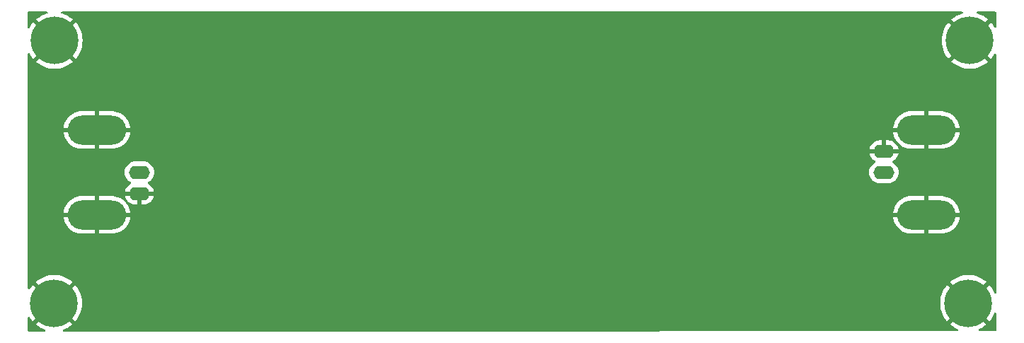
<source format=gbl>
%TF.GenerationSoftware,KiCad,Pcbnew,7.0.10-7.0.10~ubuntu22.04.1*%
%TF.CreationDate,2024-06-08T07:05:10-07:00*%
%TF.ProjectId,rf_attenuator_r3,72665f61-7474-4656-9e75-61746f725f72,rev?*%
%TF.SameCoordinates,Original*%
%TF.FileFunction,Copper,L2,Bot*%
%TF.FilePolarity,Positive*%
%FSLAX46Y46*%
G04 Gerber Fmt 4.6, Leading zero omitted, Abs format (unit mm)*
G04 Created by KiCad (PCBNEW 7.0.10-7.0.10~ubuntu22.04.1) date 2024-06-08 07:05:10*
%MOMM*%
%LPD*%
G01*
G04 APERTURE LIST*
%TA.AperFunction,ComponentPad*%
%ADD10C,3.600000*%
%TD*%
%TA.AperFunction,ConnectorPad*%
%ADD11C,5.700000*%
%TD*%
%TA.AperFunction,ComponentPad*%
%ADD12O,7.000000X3.500000*%
%TD*%
%TA.AperFunction,ComponentPad*%
%ADD13O,2.500000X1.600000*%
%TD*%
%TA.AperFunction,ViaPad*%
%ADD14C,0.800000*%
%TD*%
G04 APERTURE END LIST*
D10*
%TO.P,H2,1,1*%
%TO.N,GND*%
X194106800Y-102260400D03*
D11*
X194106800Y-102260400D03*
%TD*%
D12*
%TO.P,J1,2,Ext*%
%TO.N,GND*%
X89865200Y-81534000D03*
D13*
X94945200Y-89154000D03*
D12*
X89865200Y-91694000D03*
D13*
%TO.P,J1,1,In*%
%TO.N,Net-(J1-In)*%
X94945200Y-86614000D03*
%TD*%
D10*
%TO.P,H3,1,1*%
%TO.N,GND*%
X84785200Y-70840600D03*
D11*
X84785200Y-70840600D03*
%TD*%
D13*
%TO.P,J2,1,In*%
%TO.N,Net-(J2-In)*%
X184023000Y-86614000D03*
D12*
%TO.P,J2,2,Ext*%
%TO.N,GND*%
X189103000Y-81534000D03*
D13*
X184023000Y-84074000D03*
D12*
X189103000Y-91694000D03*
%TD*%
D10*
%TO.P,H1,1,1*%
%TO.N,GND*%
X194284600Y-70840600D03*
D11*
X194284600Y-70840600D03*
%TD*%
D10*
%TO.P,H4,1,1*%
%TO.N,GND*%
X84734400Y-102260400D03*
D11*
X84734400Y-102260400D03*
%TD*%
D14*
%TO.N,GND*%
X180721000Y-76428600D03*
X180721000Y-80797400D03*
X180848000Y-86918800D03*
X180721000Y-98272600D03*
X180721000Y-89535000D03*
X180721000Y-93903800D03*
X180721000Y-102641400D03*
X169164000Y-76479400D03*
X169164000Y-80848200D03*
X169164000Y-85217000D03*
X169164000Y-98323400D03*
X169164000Y-89585800D03*
X169164000Y-93954600D03*
X169164000Y-102692200D03*
X157607000Y-76149200D03*
X157607000Y-80518000D03*
X157607000Y-84886800D03*
X157607000Y-97993200D03*
X157607000Y-89255600D03*
X157607000Y-93624400D03*
X157607000Y-102362000D03*
X146024600Y-76479400D03*
X146024600Y-80848200D03*
X146024600Y-85217000D03*
X146024600Y-98323400D03*
X146024600Y-89585800D03*
X146024600Y-93954600D03*
X146024600Y-102692200D03*
X134315200Y-76479400D03*
X134315200Y-80848200D03*
X134315200Y-85217000D03*
X134315200Y-98323400D03*
X134315200Y-89585800D03*
X134315200Y-93954600D03*
X134315200Y-102692200D03*
X122580400Y-76352400D03*
X122580400Y-80721200D03*
X122580400Y-85090000D03*
X122580400Y-98196400D03*
X122580400Y-89458800D03*
X122580400Y-93827600D03*
X122580400Y-102565200D03*
X110998000Y-93878400D03*
X110998000Y-80772000D03*
X110998000Y-98247200D03*
X110998000Y-89509600D03*
X110998000Y-85140800D03*
X110998000Y-102616000D03*
X110998000Y-76403200D03*
X99060000Y-102768400D03*
X99060000Y-76555600D03*
X190398400Y-76403200D03*
X183540400Y-80873600D03*
X106603800Y-72542400D03*
X94386400Y-72694800D03*
X99060000Y-85293200D03*
X194106800Y-90017600D03*
X163830000Y-74345800D03*
X92405200Y-101066600D03*
X186842400Y-96443800D03*
X169773600Y-73685400D03*
X150393400Y-74853800D03*
X87782400Y-85496400D03*
X99060000Y-89662000D03*
X180416200Y-72542400D03*
X194513200Y-82194400D03*
X182397400Y-98425000D03*
X137439400Y-71958200D03*
X184124600Y-89611200D03*
X86385400Y-88036400D03*
X91592400Y-86893400D03*
X99060000Y-98399600D03*
X187502800Y-87299800D03*
X119202200Y-71704200D03*
X84328000Y-82600800D03*
X99060000Y-80924400D03*
X99060000Y-94030800D03*
X191389000Y-87223600D03*
X94894400Y-81762600D03*
%TD*%
%TA.AperFunction,Conductor*%
%TO.N,GND*%
G36*
X83599530Y-103395270D02*
G01*
X83790218Y-103558132D01*
X82546288Y-104802062D01*
X82546288Y-104802064D01*
X82562470Y-104817392D01*
X82562471Y-104817393D01*
X82851666Y-105037232D01*
X82851682Y-105037243D01*
X83162922Y-105224509D01*
X83162935Y-105224516D01*
X83492605Y-105377039D01*
X83492609Y-105377040D01*
X83624583Y-105421507D01*
X83681828Y-105461567D01*
X83708328Y-105526216D01*
X83695668Y-105594929D01*
X83647870Y-105645890D01*
X83585017Y-105663016D01*
X81733451Y-105663421D01*
X81666407Y-105643751D01*
X81620641Y-105590957D01*
X81609425Y-105539508D01*
X81608415Y-104014738D01*
X81628055Y-103947688D01*
X81680829Y-103901898D01*
X81749981Y-103891908D01*
X81813556Y-103920891D01*
X81841971Y-103956576D01*
X81859719Y-103990052D01*
X82063570Y-104290709D01*
X82063577Y-104290719D01*
X82195369Y-104445875D01*
X82195370Y-104445875D01*
X83436666Y-103204580D01*
X83599530Y-103395270D01*
G37*
%TD.AperFunction*%
%TA.AperFunction,Conductor*%
G36*
X193434560Y-67380985D02*
G01*
X193480315Y-67433789D01*
X193490259Y-67502947D01*
X193461234Y-67566503D01*
X193402456Y-67604277D01*
X193394179Y-67606401D01*
X193387057Y-67607968D01*
X193042810Y-67723959D01*
X193042805Y-67723960D01*
X192713135Y-67876483D01*
X192713122Y-67876490D01*
X192401882Y-68063756D01*
X192401866Y-68063767D01*
X192112675Y-68283602D01*
X192096488Y-68298935D01*
X192096487Y-68298935D01*
X193340419Y-69542866D01*
X193149730Y-69705730D01*
X192986866Y-69896418D01*
X191745570Y-68655122D01*
X191745569Y-68655123D01*
X191613777Y-68810280D01*
X191613770Y-68810290D01*
X191409918Y-69110948D01*
X191409916Y-69110952D01*
X191239761Y-69431897D01*
X191239752Y-69431915D01*
X191105297Y-69769372D01*
X191105295Y-69769379D01*
X191008119Y-70119377D01*
X191008117Y-70119385D01*
X190949346Y-70477871D01*
X190929680Y-70840597D01*
X190929680Y-70840602D01*
X190949346Y-71203328D01*
X191008117Y-71561814D01*
X191008119Y-71561822D01*
X191105295Y-71911820D01*
X191105297Y-71911827D01*
X191239752Y-72249284D01*
X191239761Y-72249302D01*
X191409916Y-72570247D01*
X191409918Y-72570251D01*
X191613770Y-72870909D01*
X191613777Y-72870919D01*
X191745569Y-73026075D01*
X191745570Y-73026075D01*
X192986866Y-71784780D01*
X193149730Y-71975470D01*
X193340418Y-72138332D01*
X192096488Y-73382262D01*
X192096488Y-73382264D01*
X192112670Y-73397592D01*
X192112671Y-73397593D01*
X192401866Y-73617432D01*
X192401882Y-73617443D01*
X192713122Y-73804709D01*
X192713135Y-73804716D01*
X193042805Y-73957239D01*
X193042810Y-73957240D01*
X193387061Y-74073232D01*
X193741835Y-74151324D01*
X194102966Y-74190599D01*
X194102974Y-74190600D01*
X194466226Y-74190600D01*
X194466233Y-74190599D01*
X194827364Y-74151324D01*
X195182138Y-74073232D01*
X195526389Y-73957240D01*
X195526394Y-73957239D01*
X195856064Y-73804716D01*
X195856077Y-73804709D01*
X196167317Y-73617443D01*
X196167333Y-73617432D01*
X196456529Y-73397592D01*
X196472710Y-73382264D01*
X196472710Y-73382263D01*
X195228780Y-72138333D01*
X195419470Y-71975470D01*
X195582333Y-71784780D01*
X196823628Y-73026075D01*
X196823629Y-73026075D01*
X196955427Y-72870911D01*
X196955438Y-72870897D01*
X197159278Y-72570256D01*
X197225544Y-72445266D01*
X197274338Y-72395257D01*
X197342423Y-72379565D01*
X197408183Y-72403175D01*
X197450740Y-72458588D01*
X197459100Y-72503349D01*
X197459100Y-100977137D01*
X197439415Y-101044176D01*
X197386611Y-101089931D01*
X197317453Y-101099875D01*
X197253897Y-101070850D01*
X197219907Y-101023034D01*
X197151647Y-100851715D01*
X197151638Y-100851697D01*
X196981483Y-100530752D01*
X196981481Y-100530748D01*
X196777629Y-100230090D01*
X196777622Y-100230080D01*
X196645829Y-100074923D01*
X196645828Y-100074923D01*
X195404532Y-101316218D01*
X195241670Y-101125530D01*
X195050980Y-100962666D01*
X196294910Y-99718736D01*
X196294910Y-99718734D01*
X196278729Y-99703407D01*
X196278728Y-99703406D01*
X195989533Y-99483567D01*
X195989517Y-99483556D01*
X195678277Y-99296290D01*
X195678264Y-99296283D01*
X195348594Y-99143760D01*
X195348589Y-99143759D01*
X195004338Y-99027767D01*
X194649564Y-98949675D01*
X194288433Y-98910400D01*
X193925166Y-98910400D01*
X193564035Y-98949675D01*
X193209261Y-99027767D01*
X192865010Y-99143759D01*
X192865005Y-99143760D01*
X192535335Y-99296283D01*
X192535322Y-99296290D01*
X192224082Y-99483556D01*
X192224066Y-99483567D01*
X191934875Y-99703402D01*
X191918688Y-99718735D01*
X191918687Y-99718735D01*
X193162619Y-100962666D01*
X192971930Y-101125530D01*
X192809066Y-101316218D01*
X191567770Y-100074922D01*
X191567769Y-100074923D01*
X191435977Y-100230080D01*
X191435970Y-100230090D01*
X191232118Y-100530748D01*
X191232116Y-100530752D01*
X191061961Y-100851697D01*
X191061952Y-100851715D01*
X190927497Y-101189172D01*
X190927495Y-101189179D01*
X190830319Y-101539177D01*
X190830317Y-101539185D01*
X190771546Y-101897671D01*
X190751880Y-102260397D01*
X190751880Y-102260402D01*
X190771546Y-102623128D01*
X190830317Y-102981614D01*
X190830319Y-102981622D01*
X190927495Y-103331620D01*
X190927497Y-103331627D01*
X191061952Y-103669084D01*
X191061961Y-103669102D01*
X191232116Y-103990047D01*
X191232118Y-103990051D01*
X191435970Y-104290709D01*
X191435977Y-104290719D01*
X191567769Y-104445875D01*
X191567770Y-104445875D01*
X192809066Y-103204580D01*
X192971930Y-103395270D01*
X193162618Y-103558132D01*
X191918688Y-104802062D01*
X191918688Y-104802064D01*
X191934870Y-104817392D01*
X191934871Y-104817393D01*
X192224066Y-105037232D01*
X192224082Y-105037243D01*
X192535322Y-105224509D01*
X192535335Y-105224516D01*
X192818282Y-105355422D01*
X192870860Y-105401436D01*
X192890214Y-105468572D01*
X192870200Y-105535513D01*
X192817171Y-105581008D01*
X192766325Y-105591961D01*
X121025063Y-105654824D01*
X121024981Y-105654824D01*
X85885330Y-105662513D01*
X85818286Y-105642843D01*
X85772520Y-105590049D01*
X85762561Y-105520893D01*
X85791572Y-105457331D01*
X85845710Y-105421004D01*
X85976190Y-105377040D01*
X85976194Y-105377039D01*
X86305864Y-105224516D01*
X86305877Y-105224509D01*
X86617117Y-105037243D01*
X86617133Y-105037232D01*
X86906329Y-104817392D01*
X86922510Y-104802064D01*
X86922510Y-104802063D01*
X85678580Y-103558133D01*
X85869270Y-103395270D01*
X86032133Y-103204580D01*
X87273428Y-104445875D01*
X87273429Y-104445875D01*
X87405227Y-104290711D01*
X87405238Y-104290697D01*
X87609081Y-103990051D01*
X87609083Y-103990047D01*
X87779238Y-103669102D01*
X87779247Y-103669084D01*
X87913702Y-103331627D01*
X87913704Y-103331620D01*
X88010880Y-102981622D01*
X88010882Y-102981614D01*
X88069653Y-102623128D01*
X88089320Y-102260402D01*
X88089320Y-102260397D01*
X88069653Y-101897671D01*
X88010882Y-101539185D01*
X88010880Y-101539177D01*
X87913704Y-101189179D01*
X87913702Y-101189172D01*
X87779247Y-100851715D01*
X87779238Y-100851697D01*
X87609083Y-100530752D01*
X87609081Y-100530748D01*
X87405229Y-100230090D01*
X87405222Y-100230080D01*
X87273429Y-100074923D01*
X87273428Y-100074923D01*
X86032132Y-101316218D01*
X85869270Y-101125530D01*
X85678580Y-100962666D01*
X86922510Y-99718736D01*
X86922510Y-99718734D01*
X86906329Y-99703407D01*
X86906328Y-99703406D01*
X86617133Y-99483567D01*
X86617117Y-99483556D01*
X86305877Y-99296290D01*
X86305864Y-99296283D01*
X85976194Y-99143760D01*
X85976189Y-99143759D01*
X85631938Y-99027767D01*
X85277164Y-98949675D01*
X84916033Y-98910400D01*
X84552766Y-98910400D01*
X84191635Y-98949675D01*
X83836861Y-99027767D01*
X83492610Y-99143759D01*
X83492605Y-99143760D01*
X83162935Y-99296283D01*
X83162922Y-99296290D01*
X82851682Y-99483556D01*
X82851666Y-99483567D01*
X82562475Y-99703402D01*
X82546288Y-99718735D01*
X82546287Y-99718735D01*
X83790219Y-100962666D01*
X83599530Y-101125530D01*
X83436666Y-101316218D01*
X82195370Y-100074922D01*
X82195369Y-100074923D01*
X82063577Y-100230080D01*
X82063570Y-100230090D01*
X81859719Y-100530747D01*
X81839648Y-100568603D01*
X81790853Y-100618611D01*
X81722768Y-100634300D01*
X81657008Y-100610689D01*
X81614453Y-100555274D01*
X81606094Y-100510603D01*
X81600090Y-91444000D01*
X85875585Y-91444000D01*
X88891789Y-91444000D01*
X88866666Y-91541030D01*
X88856314Y-91745165D01*
X88886774Y-91944000D01*
X85878993Y-91944000D01*
X85891575Y-92069076D01*
X85891576Y-92069079D01*
X85961408Y-92362107D01*
X85961410Y-92362116D01*
X86069674Y-92643216D01*
X86069681Y-92643231D01*
X86214448Y-92907395D01*
X86214452Y-92907401D01*
X86393135Y-93149911D01*
X86602555Y-93366451D01*
X86602562Y-93366457D01*
X86838968Y-93553145D01*
X87098148Y-93706657D01*
X87098166Y-93706666D01*
X87375483Y-93824260D01*
X87375500Y-93824265D01*
X87666026Y-93903848D01*
X87964584Y-93944000D01*
X89615200Y-93944000D01*
X89615200Y-92668625D01*
X89763001Y-92699000D01*
X89916167Y-92699000D01*
X90068548Y-92683504D01*
X90115200Y-92668867D01*
X90115200Y-93944000D01*
X91690436Y-93944000D01*
X91915764Y-93928915D01*
X91915773Y-93928913D01*
X92210958Y-93868916D01*
X92210973Y-93868912D01*
X92495543Y-93770098D01*
X92495546Y-93770096D01*
X92764398Y-93634240D01*
X93012764Y-93463745D01*
X93236171Y-93261685D01*
X93430664Y-93031638D01*
X93592754Y-92777728D01*
X93592755Y-92777726D01*
X93719551Y-92504485D01*
X93719556Y-92504471D01*
X93808805Y-92216765D01*
X93854815Y-91944000D01*
X90838611Y-91944000D01*
X90863734Y-91846970D01*
X90874086Y-91642835D01*
X90843626Y-91444000D01*
X93851407Y-91444000D01*
X185113385Y-91444000D01*
X188129589Y-91444000D01*
X188104466Y-91541030D01*
X188094114Y-91745165D01*
X188124574Y-91944000D01*
X185116793Y-91944000D01*
X185129375Y-92069076D01*
X185129376Y-92069079D01*
X185199208Y-92362107D01*
X185199210Y-92362116D01*
X185307474Y-92643216D01*
X185307481Y-92643231D01*
X185452248Y-92907395D01*
X185452252Y-92907401D01*
X185630935Y-93149911D01*
X185840355Y-93366451D01*
X185840362Y-93366457D01*
X186076768Y-93553145D01*
X186335948Y-93706657D01*
X186335966Y-93706666D01*
X186613283Y-93824260D01*
X186613300Y-93824265D01*
X186903826Y-93903848D01*
X187202384Y-93944000D01*
X188853000Y-93944000D01*
X188853000Y-92668625D01*
X189000801Y-92699000D01*
X189153967Y-92699000D01*
X189306348Y-92683504D01*
X189353000Y-92668867D01*
X189353000Y-93944000D01*
X190928236Y-93944000D01*
X191153564Y-93928915D01*
X191153573Y-93928913D01*
X191448758Y-93868916D01*
X191448773Y-93868912D01*
X191733343Y-93770098D01*
X191733346Y-93770096D01*
X192002198Y-93634240D01*
X192250564Y-93463745D01*
X192473971Y-93261685D01*
X192668464Y-93031638D01*
X192830554Y-92777728D01*
X192830555Y-92777726D01*
X192957351Y-92504485D01*
X192957356Y-92504471D01*
X193046605Y-92216765D01*
X193092615Y-91944000D01*
X190076411Y-91944000D01*
X190101534Y-91846970D01*
X190111886Y-91642835D01*
X190081426Y-91444000D01*
X193089207Y-91444000D01*
X193089207Y-91443999D01*
X193076624Y-91318923D01*
X193076623Y-91318920D01*
X193006791Y-91025892D01*
X193006789Y-91025883D01*
X192898525Y-90744783D01*
X192898518Y-90744768D01*
X192753751Y-90480604D01*
X192753747Y-90480598D01*
X192575064Y-90238088D01*
X192365644Y-90021548D01*
X192365637Y-90021542D01*
X192129231Y-89834854D01*
X191870051Y-89681342D01*
X191870033Y-89681333D01*
X191592716Y-89563739D01*
X191592699Y-89563734D01*
X191302173Y-89484151D01*
X191003617Y-89444000D01*
X189353000Y-89444000D01*
X189353000Y-90719374D01*
X189205199Y-90689000D01*
X189052033Y-90689000D01*
X188899652Y-90704496D01*
X188853000Y-90719132D01*
X188853000Y-89444000D01*
X187277764Y-89444000D01*
X187052435Y-89459084D01*
X187052426Y-89459086D01*
X186757241Y-89519083D01*
X186757226Y-89519087D01*
X186472656Y-89617901D01*
X186472653Y-89617903D01*
X186203801Y-89753759D01*
X185955435Y-89924254D01*
X185732028Y-90126314D01*
X185537535Y-90356361D01*
X185375445Y-90610271D01*
X185375444Y-90610273D01*
X185248648Y-90883514D01*
X185248643Y-90883528D01*
X185159394Y-91171234D01*
X185113385Y-91444000D01*
X93851407Y-91444000D01*
X93851407Y-91443999D01*
X93838824Y-91318923D01*
X93838823Y-91318920D01*
X93768991Y-91025892D01*
X93768989Y-91025883D01*
X93660725Y-90744783D01*
X93660718Y-90744768D01*
X93515951Y-90480604D01*
X93515947Y-90480598D01*
X93337264Y-90238088D01*
X93127844Y-90021548D01*
X93127837Y-90021542D01*
X92891431Y-89834854D01*
X92632251Y-89681342D01*
X92632233Y-89681333D01*
X92354916Y-89563739D01*
X92354899Y-89563734D01*
X92064373Y-89484151D01*
X91765817Y-89444000D01*
X90115200Y-89444000D01*
X90115200Y-90719374D01*
X89967399Y-90689000D01*
X89814233Y-90689000D01*
X89661852Y-90704496D01*
X89615200Y-90719132D01*
X89615200Y-89444000D01*
X88039964Y-89444000D01*
X87814635Y-89459084D01*
X87814626Y-89459086D01*
X87519441Y-89519083D01*
X87519426Y-89519087D01*
X87234856Y-89617901D01*
X87234853Y-89617903D01*
X86966001Y-89753759D01*
X86717635Y-89924254D01*
X86494228Y-90126314D01*
X86299735Y-90356361D01*
X86137645Y-90610271D01*
X86137644Y-90610273D01*
X86010848Y-90883514D01*
X86010843Y-90883528D01*
X85921594Y-91171234D01*
X85875585Y-91444000D01*
X81600090Y-91444000D01*
X81596892Y-86614001D01*
X93181702Y-86614001D01*
X93201656Y-86842081D01*
X93201657Y-86842089D01*
X93260914Y-87063238D01*
X93260918Y-87063249D01*
X93357675Y-87270745D01*
X93357677Y-87270749D01*
X93489002Y-87458300D01*
X93650900Y-87620198D01*
X93838451Y-87751523D01*
X93891601Y-87776307D01*
X93944040Y-87822479D01*
X93963192Y-87889673D01*
X93942976Y-87956554D01*
X93891601Y-88001071D01*
X93842717Y-88023865D01*
X93656379Y-88154342D01*
X93495542Y-88315179D01*
X93365065Y-88501517D01*
X93268934Y-88707673D01*
X93268930Y-88707682D01*
X93216327Y-88903999D01*
X93216328Y-88904000D01*
X94575697Y-88904000D01*
X94526283Y-88989587D01*
X94496432Y-89120370D01*
X94506457Y-89254140D01*
X94555466Y-89379013D01*
X94575393Y-89404000D01*
X93216328Y-89404000D01*
X93268930Y-89600317D01*
X93268934Y-89600326D01*
X93365065Y-89806482D01*
X93495542Y-89992820D01*
X93656379Y-90153657D01*
X93842717Y-90284134D01*
X94048873Y-90380265D01*
X94048882Y-90380269D01*
X94268589Y-90439139D01*
X94268600Y-90439141D01*
X94438433Y-90453999D01*
X94438436Y-90454000D01*
X94695200Y-90454000D01*
X94695200Y-89522137D01*
X94749941Y-89559459D01*
X94878127Y-89599000D01*
X94978546Y-89599000D01*
X95077847Y-89584033D01*
X95195200Y-89527518D01*
X95195200Y-90454000D01*
X95451964Y-90454000D01*
X95451966Y-90453999D01*
X95621799Y-90439141D01*
X95621810Y-90439139D01*
X95841517Y-90380269D01*
X95841526Y-90380265D01*
X96047682Y-90284134D01*
X96234020Y-90153657D01*
X96394857Y-89992820D01*
X96525334Y-89806482D01*
X96621465Y-89600326D01*
X96621469Y-89600317D01*
X96674072Y-89404000D01*
X95314703Y-89404000D01*
X95364117Y-89318413D01*
X95393968Y-89187630D01*
X95383943Y-89053860D01*
X95334934Y-88928987D01*
X95315007Y-88904000D01*
X96674072Y-88904000D01*
X96674072Y-88903999D01*
X96621469Y-88707682D01*
X96621465Y-88707673D01*
X96525334Y-88501517D01*
X96394857Y-88315179D01*
X96234020Y-88154342D01*
X96047681Y-88023865D01*
X96047679Y-88023864D01*
X95998799Y-88001071D01*
X95946359Y-87954899D01*
X95927207Y-87887706D01*
X95947423Y-87820824D01*
X95998799Y-87776307D01*
X96051949Y-87751523D01*
X96239500Y-87620198D01*
X96401398Y-87458300D01*
X96532723Y-87270749D01*
X96629484Y-87063243D01*
X96688743Y-86842087D01*
X96708698Y-86614001D01*
X182259502Y-86614001D01*
X182279456Y-86842081D01*
X182279457Y-86842089D01*
X182338714Y-87063238D01*
X182338718Y-87063249D01*
X182435475Y-87270745D01*
X182435477Y-87270749D01*
X182566802Y-87458300D01*
X182728700Y-87620198D01*
X182916251Y-87751523D01*
X182969401Y-87776307D01*
X183123750Y-87848281D01*
X183123752Y-87848281D01*
X183123757Y-87848284D01*
X183344913Y-87907543D01*
X183515871Y-87922499D01*
X183515872Y-87922500D01*
X183515873Y-87922500D01*
X184530128Y-87922500D01*
X184530128Y-87922499D01*
X184701087Y-87907543D01*
X184922243Y-87848284D01*
X185129749Y-87751523D01*
X185317300Y-87620198D01*
X185479198Y-87458300D01*
X185610523Y-87270749D01*
X185707284Y-87063243D01*
X185766543Y-86842087D01*
X185786498Y-86614000D01*
X185766543Y-86385913D01*
X185707284Y-86164757D01*
X185610523Y-85957251D01*
X185479198Y-85769700D01*
X185317300Y-85607802D01*
X185129749Y-85476477D01*
X185076596Y-85451691D01*
X185024158Y-85405519D01*
X185005007Y-85338325D01*
X185025223Y-85271444D01*
X185076600Y-85226927D01*
X185125483Y-85204133D01*
X185311820Y-85073657D01*
X185472657Y-84912820D01*
X185603134Y-84726482D01*
X185699265Y-84520326D01*
X185699269Y-84520317D01*
X185751872Y-84324000D01*
X184392503Y-84324000D01*
X184441917Y-84238413D01*
X184471768Y-84107630D01*
X184461743Y-83973860D01*
X184412734Y-83848987D01*
X184392807Y-83824000D01*
X185751872Y-83824000D01*
X185751872Y-83823999D01*
X185699269Y-83627682D01*
X185699265Y-83627673D01*
X185603134Y-83421517D01*
X185472657Y-83235179D01*
X185311820Y-83074342D01*
X185125482Y-82943865D01*
X184919326Y-82847734D01*
X184919317Y-82847730D01*
X184699610Y-82788860D01*
X184699599Y-82788858D01*
X184529766Y-82774000D01*
X184273000Y-82774000D01*
X184273000Y-83705862D01*
X184218259Y-83668541D01*
X184090073Y-83629000D01*
X183989654Y-83629000D01*
X183890353Y-83643967D01*
X183773000Y-83700481D01*
X183773000Y-82774000D01*
X183516233Y-82774000D01*
X183346400Y-82788858D01*
X183346389Y-82788860D01*
X183126682Y-82847730D01*
X183126673Y-82847734D01*
X182920517Y-82943865D01*
X182734179Y-83074342D01*
X182573342Y-83235179D01*
X182442865Y-83421517D01*
X182346734Y-83627673D01*
X182346730Y-83627682D01*
X182294127Y-83823999D01*
X182294128Y-83824000D01*
X183653497Y-83824000D01*
X183604083Y-83909587D01*
X183574232Y-84040370D01*
X183584257Y-84174140D01*
X183633266Y-84299013D01*
X183653193Y-84324000D01*
X182294128Y-84324000D01*
X182346730Y-84520317D01*
X182346734Y-84520326D01*
X182442865Y-84726482D01*
X182573342Y-84912820D01*
X182734179Y-85073657D01*
X182920517Y-85204133D01*
X182969399Y-85226927D01*
X183021839Y-85273099D01*
X183040992Y-85340292D01*
X183020777Y-85407174D01*
X182969402Y-85451691D01*
X182916256Y-85476474D01*
X182916252Y-85476476D01*
X182845856Y-85525767D01*
X182728700Y-85607802D01*
X182728698Y-85607803D01*
X182728695Y-85607806D01*
X182566806Y-85769695D01*
X182435476Y-85957252D01*
X182435475Y-85957254D01*
X182338718Y-86164750D01*
X182338714Y-86164761D01*
X182279457Y-86385910D01*
X182279456Y-86385918D01*
X182259502Y-86613998D01*
X182259502Y-86614001D01*
X96708698Y-86614001D01*
X96708698Y-86614000D01*
X96688743Y-86385913D01*
X96629484Y-86164757D01*
X96532723Y-85957251D01*
X96401398Y-85769700D01*
X96239500Y-85607802D01*
X96051949Y-85476477D01*
X96051943Y-85476474D01*
X95844449Y-85379718D01*
X95844438Y-85379714D01*
X95623289Y-85320457D01*
X95623281Y-85320456D01*
X95452330Y-85305500D01*
X95452327Y-85305500D01*
X94438073Y-85305500D01*
X94438069Y-85305500D01*
X94267118Y-85320456D01*
X94267110Y-85320457D01*
X94045961Y-85379714D01*
X94045950Y-85379718D01*
X93838454Y-85476475D01*
X93838452Y-85476476D01*
X93768056Y-85525767D01*
X93650900Y-85607802D01*
X93650898Y-85607803D01*
X93650895Y-85607806D01*
X93489006Y-85769695D01*
X93357676Y-85957252D01*
X93357675Y-85957254D01*
X93260918Y-86164750D01*
X93260914Y-86164761D01*
X93201657Y-86385910D01*
X93201656Y-86385918D01*
X93181702Y-86613998D01*
X93181702Y-86614001D01*
X81596892Y-86614001D01*
X81593362Y-81284000D01*
X85875585Y-81284000D01*
X88891789Y-81284000D01*
X88866666Y-81381030D01*
X88856314Y-81585165D01*
X88886774Y-81784000D01*
X85878993Y-81784000D01*
X85891575Y-81909076D01*
X85891576Y-81909079D01*
X85961408Y-82202107D01*
X85961410Y-82202116D01*
X86069674Y-82483216D01*
X86069681Y-82483231D01*
X86214448Y-82747395D01*
X86214452Y-82747401D01*
X86393135Y-82989911D01*
X86602555Y-83206451D01*
X86602562Y-83206457D01*
X86838968Y-83393145D01*
X87098148Y-83546657D01*
X87098166Y-83546666D01*
X87375483Y-83664260D01*
X87375500Y-83664265D01*
X87666026Y-83743848D01*
X87964584Y-83784000D01*
X89615200Y-83784000D01*
X89615200Y-82508625D01*
X89763001Y-82539000D01*
X89916167Y-82539000D01*
X90068548Y-82523504D01*
X90115200Y-82508867D01*
X90115200Y-83784000D01*
X91690436Y-83784000D01*
X91915764Y-83768915D01*
X91915773Y-83768913D01*
X92210958Y-83708916D01*
X92210973Y-83708912D01*
X92495543Y-83610098D01*
X92495546Y-83610096D01*
X92764398Y-83474240D01*
X93012764Y-83303745D01*
X93236171Y-83101685D01*
X93430664Y-82871638D01*
X93592754Y-82617728D01*
X93592755Y-82617726D01*
X93719551Y-82344485D01*
X93719556Y-82344471D01*
X93808805Y-82056765D01*
X93854815Y-81784000D01*
X90838611Y-81784000D01*
X90863734Y-81686970D01*
X90874086Y-81482835D01*
X90843626Y-81284000D01*
X93851407Y-81284000D01*
X185113385Y-81284000D01*
X188129589Y-81284000D01*
X188104466Y-81381030D01*
X188094114Y-81585165D01*
X188124574Y-81784000D01*
X185116793Y-81784000D01*
X185129375Y-81909076D01*
X185129376Y-81909079D01*
X185199208Y-82202107D01*
X185199210Y-82202116D01*
X185307474Y-82483216D01*
X185307481Y-82483231D01*
X185452248Y-82747395D01*
X185452252Y-82747401D01*
X185630935Y-82989911D01*
X185840355Y-83206451D01*
X185840362Y-83206457D01*
X186076768Y-83393145D01*
X186335948Y-83546657D01*
X186335966Y-83546666D01*
X186613283Y-83664260D01*
X186613300Y-83664265D01*
X186903826Y-83743848D01*
X187202384Y-83784000D01*
X188853000Y-83784000D01*
X188853000Y-82508625D01*
X189000801Y-82539000D01*
X189153967Y-82539000D01*
X189306348Y-82523504D01*
X189353000Y-82508867D01*
X189353000Y-83784000D01*
X190928236Y-83784000D01*
X191153564Y-83768915D01*
X191153573Y-83768913D01*
X191448758Y-83708916D01*
X191448773Y-83708912D01*
X191733343Y-83610098D01*
X191733346Y-83610096D01*
X192002198Y-83474240D01*
X192250564Y-83303745D01*
X192473971Y-83101685D01*
X192668464Y-82871638D01*
X192830554Y-82617728D01*
X192830555Y-82617726D01*
X192957351Y-82344485D01*
X192957356Y-82344471D01*
X193046605Y-82056765D01*
X193092615Y-81784000D01*
X190076411Y-81784000D01*
X190101534Y-81686970D01*
X190111886Y-81482835D01*
X190081426Y-81284000D01*
X193089207Y-81284000D01*
X193089207Y-81283999D01*
X193076624Y-81158923D01*
X193076623Y-81158920D01*
X193006791Y-80865892D01*
X193006789Y-80865883D01*
X192898525Y-80584783D01*
X192898518Y-80584768D01*
X192753751Y-80320604D01*
X192753747Y-80320598D01*
X192575064Y-80078088D01*
X192365644Y-79861548D01*
X192365637Y-79861542D01*
X192129231Y-79674854D01*
X191870051Y-79521342D01*
X191870033Y-79521333D01*
X191592716Y-79403739D01*
X191592699Y-79403734D01*
X191302173Y-79324151D01*
X191003617Y-79284000D01*
X189353000Y-79284000D01*
X189353000Y-80559374D01*
X189205199Y-80529000D01*
X189052033Y-80529000D01*
X188899652Y-80544496D01*
X188853000Y-80559132D01*
X188853000Y-79284000D01*
X187277764Y-79284000D01*
X187052435Y-79299084D01*
X187052426Y-79299086D01*
X186757241Y-79359083D01*
X186757226Y-79359087D01*
X186472656Y-79457901D01*
X186472653Y-79457903D01*
X186203801Y-79593759D01*
X185955435Y-79764254D01*
X185732028Y-79966314D01*
X185537535Y-80196361D01*
X185375445Y-80450271D01*
X185375444Y-80450273D01*
X185248648Y-80723514D01*
X185248643Y-80723528D01*
X185159394Y-81011234D01*
X185113385Y-81284000D01*
X93851407Y-81284000D01*
X93851407Y-81283999D01*
X93838824Y-81158923D01*
X93838823Y-81158920D01*
X93768991Y-80865892D01*
X93768989Y-80865883D01*
X93660725Y-80584783D01*
X93660718Y-80584768D01*
X93515951Y-80320604D01*
X93515947Y-80320598D01*
X93337264Y-80078088D01*
X93127844Y-79861548D01*
X93127837Y-79861542D01*
X92891431Y-79674854D01*
X92632251Y-79521342D01*
X92632233Y-79521333D01*
X92354916Y-79403739D01*
X92354899Y-79403734D01*
X92064373Y-79324151D01*
X91765817Y-79284000D01*
X90115200Y-79284000D01*
X90115200Y-80559374D01*
X89967399Y-80529000D01*
X89814233Y-80529000D01*
X89661852Y-80544496D01*
X89615200Y-80559132D01*
X89615200Y-79284000D01*
X88039964Y-79284000D01*
X87814635Y-79299084D01*
X87814626Y-79299086D01*
X87519441Y-79359083D01*
X87519426Y-79359087D01*
X87234856Y-79457901D01*
X87234853Y-79457903D01*
X86966001Y-79593759D01*
X86717635Y-79764254D01*
X86494228Y-79966314D01*
X86299735Y-80196361D01*
X86137645Y-80450271D01*
X86137644Y-80450273D01*
X86010848Y-80723514D01*
X86010843Y-80723528D01*
X85921594Y-81011234D01*
X85875585Y-81284000D01*
X81593362Y-81284000D01*
X81587518Y-72459704D01*
X81607158Y-72392655D01*
X81659932Y-72346865D01*
X81729084Y-72336875D01*
X81792659Y-72365858D01*
X81821073Y-72401542D01*
X81910515Y-72570247D01*
X81910518Y-72570251D01*
X82114370Y-72870909D01*
X82114377Y-72870919D01*
X82246169Y-73026075D01*
X82246170Y-73026075D01*
X83487466Y-71784780D01*
X83650330Y-71975470D01*
X83841018Y-72138332D01*
X82597088Y-73382262D01*
X82597088Y-73382264D01*
X82613270Y-73397592D01*
X82613271Y-73397593D01*
X82902466Y-73617432D01*
X82902482Y-73617443D01*
X83213722Y-73804709D01*
X83213735Y-73804716D01*
X83543405Y-73957239D01*
X83543410Y-73957240D01*
X83887661Y-74073232D01*
X84242435Y-74151324D01*
X84603566Y-74190599D01*
X84603574Y-74190600D01*
X84966826Y-74190600D01*
X84966833Y-74190599D01*
X85327964Y-74151324D01*
X85682738Y-74073232D01*
X86026989Y-73957240D01*
X86026994Y-73957239D01*
X86356664Y-73804716D01*
X86356677Y-73804709D01*
X86667917Y-73617443D01*
X86667933Y-73617432D01*
X86957129Y-73397592D01*
X86973310Y-73382264D01*
X86973310Y-73382263D01*
X85729380Y-72138333D01*
X85920070Y-71975470D01*
X86082933Y-71784780D01*
X87324228Y-73026075D01*
X87324229Y-73026075D01*
X87456027Y-72870911D01*
X87456038Y-72870897D01*
X87659881Y-72570251D01*
X87659883Y-72570247D01*
X87830038Y-72249302D01*
X87830047Y-72249284D01*
X87964502Y-71911827D01*
X87964504Y-71911820D01*
X88061680Y-71561822D01*
X88061682Y-71561814D01*
X88120453Y-71203328D01*
X88140120Y-70840602D01*
X88140120Y-70840597D01*
X88120453Y-70477871D01*
X88061682Y-70119385D01*
X88061680Y-70119377D01*
X87964504Y-69769379D01*
X87964502Y-69769372D01*
X87830047Y-69431915D01*
X87830038Y-69431897D01*
X87659883Y-69110952D01*
X87659881Y-69110948D01*
X87456029Y-68810290D01*
X87456022Y-68810280D01*
X87324229Y-68655123D01*
X87324228Y-68655123D01*
X86082932Y-69896418D01*
X85920070Y-69705730D01*
X85729380Y-69542866D01*
X86973310Y-68298936D01*
X86973310Y-68298934D01*
X86957129Y-68283607D01*
X86957128Y-68283606D01*
X86667933Y-68063767D01*
X86667917Y-68063756D01*
X86356677Y-67876490D01*
X86356664Y-67876483D01*
X86026994Y-67723960D01*
X86026989Y-67723959D01*
X85682742Y-67607968D01*
X85675621Y-67606401D01*
X85614381Y-67572764D01*
X85581048Y-67511359D01*
X85586205Y-67441679D01*
X85628214Y-67385849D01*
X85693739Y-67361594D01*
X85702279Y-67361300D01*
X193367521Y-67361300D01*
X193434560Y-67380985D01*
G37*
%TD.AperFunction*%
%TA.AperFunction,Conductor*%
G36*
X196645828Y-104445875D02*
G01*
X196645829Y-104445875D01*
X196777627Y-104290711D01*
X196777638Y-104290697D01*
X196981481Y-103990051D01*
X196981483Y-103990047D01*
X197151638Y-103669102D01*
X197151647Y-103669084D01*
X197219907Y-103497765D01*
X197263007Y-103442773D01*
X197328996Y-103419812D01*
X197396924Y-103436173D01*
X197445222Y-103486661D01*
X197459100Y-103543662D01*
X197459100Y-105463958D01*
X197439415Y-105530997D01*
X197386611Y-105576752D01*
X197335209Y-105587958D01*
X195452578Y-105589608D01*
X195385521Y-105569982D01*
X195339720Y-105517218D01*
X195329716Y-105448069D01*
X195358685Y-105384487D01*
X195400403Y-105353069D01*
X195678264Y-105224516D01*
X195678277Y-105224509D01*
X195989517Y-105037243D01*
X195989533Y-105037232D01*
X196278729Y-104817392D01*
X196294910Y-104802064D01*
X196294910Y-104802063D01*
X195050980Y-103558133D01*
X195241670Y-103395270D01*
X195404533Y-103204580D01*
X196645828Y-104445875D01*
G37*
%TD.AperFunction*%
%TA.AperFunction,Conductor*%
G36*
X83935160Y-67380985D02*
G01*
X83980915Y-67433789D01*
X83990859Y-67502947D01*
X83961834Y-67566503D01*
X83903056Y-67604277D01*
X83894779Y-67606401D01*
X83887657Y-67607968D01*
X83543410Y-67723959D01*
X83543405Y-67723960D01*
X83213735Y-67876483D01*
X83213722Y-67876490D01*
X82902482Y-68063756D01*
X82902466Y-68063767D01*
X82613275Y-68283602D01*
X82597088Y-68298935D01*
X82597087Y-68298935D01*
X83841019Y-69542866D01*
X83650330Y-69705730D01*
X83487466Y-69896418D01*
X82246170Y-68655122D01*
X82246169Y-68655123D01*
X82114377Y-68810280D01*
X82114370Y-68810290D01*
X81910518Y-69110948D01*
X81910515Y-69110952D01*
X81818931Y-69283697D01*
X81770137Y-69333707D01*
X81702052Y-69349398D01*
X81636292Y-69325788D01*
X81593736Y-69270374D01*
X81585376Y-69225701D01*
X81584224Y-67485380D01*
X81603864Y-67418330D01*
X81656638Y-67372540D01*
X81708224Y-67361300D01*
X83868121Y-67361300D01*
X83935160Y-67380985D01*
G37*
%TD.AperFunction*%
%TA.AperFunction,Conductor*%
G36*
X197402139Y-67380985D02*
G01*
X197447894Y-67433789D01*
X197459100Y-67485300D01*
X197459100Y-69177850D01*
X197439415Y-69244889D01*
X197386611Y-69290644D01*
X197317453Y-69300588D01*
X197253897Y-69271563D01*
X197225545Y-69235933D01*
X197159284Y-69110952D01*
X197159281Y-69110948D01*
X196955429Y-68810290D01*
X196955422Y-68810280D01*
X196823629Y-68655123D01*
X196823628Y-68655123D01*
X195582332Y-69896418D01*
X195419470Y-69705730D01*
X195228780Y-69542866D01*
X196472710Y-68298936D01*
X196472710Y-68298934D01*
X196456529Y-68283607D01*
X196456528Y-68283606D01*
X196167333Y-68063767D01*
X196167317Y-68063756D01*
X195856077Y-67876490D01*
X195856064Y-67876483D01*
X195526394Y-67723960D01*
X195526389Y-67723959D01*
X195182142Y-67607968D01*
X195175021Y-67606401D01*
X195113781Y-67572764D01*
X195080448Y-67511359D01*
X195085605Y-67441679D01*
X195127614Y-67385849D01*
X195193139Y-67361594D01*
X195201679Y-67361300D01*
X197335100Y-67361300D01*
X197402139Y-67380985D01*
G37*
%TD.AperFunction*%
%TD*%
M02*

</source>
